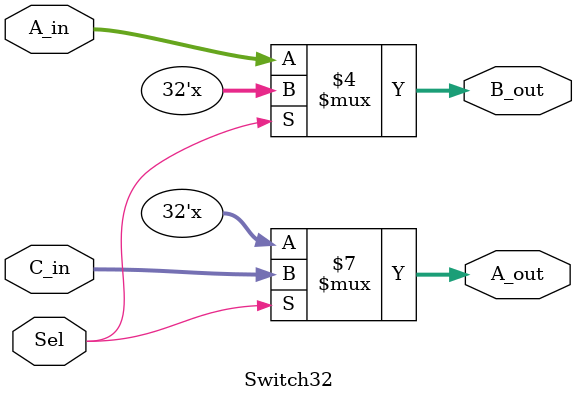
<source format=v>
`timescale 1ns / 1ps

module Switch32(
input [31:0] A_in,
output reg [31:0] A_out,
output reg [31:0] B_out,
input [31:0] C_in,
input Sel
    );
	 
localparam Switch_delay= 0.5; //500 ps	 

//
//Write your code below
//
always @ (A_in or C_in or Sel)
begin
	if(Sel == 1'b0)
	begin
		#Switch_delay;
		B_out = A_in; 
		end
	else
	begin
		#Switch_delay;
		A_out = C_in;
		end
end
    
endmodule

</source>
